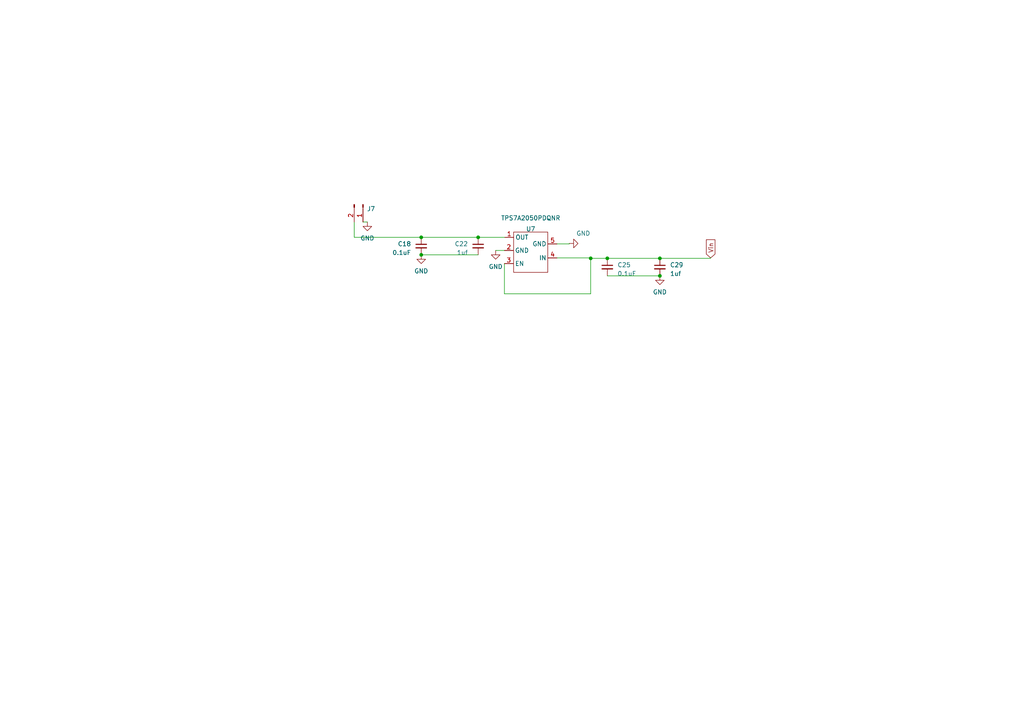
<source format=kicad_sch>
(kicad_sch (version 20230121) (generator eeschema)
  (paper "A4")
  (lib_symbols
    (symbol "Connector:Conn_01x02_Pin" (pin_names (offset 1.016) hide)
      (property "Reference" "J" (at 0 2.54 0))
      (property "Value" "Conn_01x02_Pin" (at 0 -5.08 0))
      (symbol "Conn_01x02_Pin_1_1"
        (polyline (pts (xy 1.27 -2.54) (xy 0.8636 -2.54)) (stroke (width 0.1524)))
        (polyline (pts (xy 1.27 0) (xy 0.8636 0)) (stroke (width 0.1524)))
        (rectangle (start 0.8636 -2.413) (end 0 -2.667) (stroke (width 0.1524)) (fill (type outline)))
        (rectangle (start 0.8636 0.127) (end 0 -0.127) (stroke (width 0.1524)) (fill (type outline)))
        (pin passive line (at 5.08 0 180) (length 3.81) (name "Pin_1") (number "1"))
        (pin passive line (at 5.08 -2.54 180) (length 3.81) (name "Pin_2") (number "2"))
      )
    )
    (symbol "Device:C_Small" (pin_numbers hide) (pin_names (offset 0.254) hide)
      (property "Reference" "C" (at 0.254 1.778 0))
      (property "Value" "C_Small" (at 0.254 -2.032 0))
      (symbol "C_Small_0_1"
        (polyline (pts (xy -1.524 -0.508) (xy 1.524 -0.508)) (stroke (width 0.3302)))
        (polyline (pts (xy -1.524 0.508) (xy 1.524 0.508)) (stroke (width 0.3048)))
      )
      (symbol "C_Small_1_1"
        (pin passive line (at 0 2.54 270) (length 2.032) (name "~") (number "1"))
        (pin passive line (at 0 -2.54 90) (length 2.032) (name "~") (number "2"))
      )
    )
    (symbol "Radar_pcb_pll:TPS7A2050PDQNR"
      (property "Reference" "U" (at 0 3.81 0))
      (property "Value" "TPS7A2050PDQNR" (at 0 0 0))
      (symbol "TPS7A2050PDQNR_0_1"
        (rectangle (start -4.699 2.159) (end 5.207 -9.525))
      )
      (symbol "TPS7A2050PDQNR_1_1"
        (pin output line (at -7.239 0.635 0) (length 2.54) (name "OUT") (number "1"))
        (pin input line (at -7.366 -3.175 0) (length 2.54) (name "GND") (number "2"))
        (pin input line (at -7.366 -6.985 0) (length 2.54) (name "EN") (number "3"))
        (pin input line (at 7.874 -5.334 180) (length 2.54) (name "IN") (number "4"))
        (pin input line (at 7.874 -1.27 180) (length 2.54) (name "GND") (number "5"))
      )
    )
    (symbol "power:GND" (power) (pin_names (offset 0))
      (property "Value" "GND" (at 0 -3.81 0))
      (symbol "GND_0_1"
        (polyline (pts (xy 0 0) (xy 0 -1.27) (xy 1.27 -1.27) (xy 0 -2.54) (xy -1.27 -1.27) (xy 0 -1.27)))
      )
      (symbol "GND_1_1"
        (pin power_in line (at 0 0 270) (length 0) hide (name "GND") (number "1"))
      )
    )
  )
  (junction (at 138.684 68.834))
  (junction (at 171.323 74.93))
  (junction (at 191.389 74.93))
  (junction (at 176.149 74.93))
  (junction (at 122.174 73.914))
  (junction (at 191.389 80.01))
  (junction (at 122.174 68.834))
  (wire (pts (xy 106.553 64.389) (xy 105.283 64.389)))
  (wire (pts (xy 205.994 74.93) (xy 191.389 74.93)))
  (wire (pts (xy 165.1 70.739) (xy 165.1 70.612)))
  (wire (pts (xy 138.684 73.914) (xy 122.174 73.914)))
  (wire (pts (xy 161.544 74.803) (xy 171.069 74.803)))
  (wire (pts (xy 161.544 70.739) (xy 165.1 70.739)))
  (wire (pts (xy 206.121 74.803) (xy 205.994 74.803)))
  (wire (pts (xy 102.743 68.834) (xy 122.174 68.834)))
  (wire (pts (xy 176.149 80.01) (xy 191.389 80.01)))
  (wire (pts (xy 146.304 85.217) (xy 171.323 85.217)))
  (wire (pts (xy 205.994 74.803) (xy 205.994 74.93)))
  (wire (pts (xy 122.174 68.834) (xy 138.684 68.834)))
  (wire (pts (xy 143.764 72.644) (xy 146.304 72.644)))
  (wire (pts (xy 171.069 74.803) (xy 171.069 74.93)))
  (wire (pts (xy 102.743 64.389) (xy 102.743 68.834)))
  (wire (pts (xy 171.323 74.93) (xy 176.149 74.93)))
  (wire (pts (xy 171.069 74.93) (xy 171.323 74.93)))
  (wire (pts (xy 171.323 74.93) (xy 171.323 85.217)))
  (wire (pts (xy 146.304 76.454) (xy 146.304 85.217)))
  (wire (pts (xy 176.149 74.93) (xy 191.389 74.93)))
  (wire (pts (xy 138.684 68.834) (xy 146.431 68.834)))
  (global_label "Vin" (shape input) (at 206.121 74.803 90) (property "Intersheetrefs" "${INTERSHEET_REFS}" (effects hide)))
  (symbol (lib_id "Radar_pcb_pll:TPS7A2050PDQNR") (at 153.67 69.469 0) (unit 1)
    (property "Reference" "U7" (at 153.924 66.421 0))
    (property "Value" "TPS7A2050PDQNR" (at 153.924 63.246 0))
    (property "Footprint" "Package_SON:Texas_X2SON-4_1x1mm_P0.65mm" (effects hide))
    (instances (project "PowerManage.2" (path "" (reference "U7") (unit 1)) (path "" (reference "U5") (unit 1))))
  )
  (symbol (lib_id "Connector:Conn_01x02_Pin") (at 105.283 59.309 270) (unit 1)
    (property "Reference" "J7" (at 106.426 60.579 90) (effects (justify left)))
    (property "Value" "Conn_01x02_Pin" (effects hide))
    (property "Footprint" "Connector_JST:JST_XH_B2B-XH-A_1x02_P2.50mm_Vertical" (effects hide))
    (instances (project "PowerManage.2" (path "" (reference "J7") (unit 1)) (path "" (reference "J8") (unit 1)) (path "" (reference "J10") (unit 1))))
  )
  (symbol (lib_id "Device:C_Small") (at 191.389 77.47 0) (unit 1)
    (property "Reference" "C29" (at 194.31 76.8413 0) (effects (justify left)))
    (property "Value" "1uf" (at 194.31 79.3813 0) (effects (justify left)))
    (property "Footprint" "Capacitor_SMD:0603 usual" (effects hide))
    (instances (project "PowerManage.2" (path "" (reference "C29") (unit 1)) (path "" (reference "C32") (unit 1))))
  )
  (symbol (lib_id "power:GND") (at 106.553 64.389 0) (mirror y) (unit 1)
    (property "Reference" "#PWR024" (effects hide))
    (property "Value" "GND" (at 106.553 69.088 0))
    (instances (project "PowerManage.2" (path "" (reference "#PWR024") (unit 1)) (path "" (reference "#PWR041") (unit 1))))
  )
  (symbol (lib_id "power:GND") (at 165.1 70.612 90) (mirror x) (unit 1)
    (property "Reference" "#PWR032" (effects hide))
    (property "Value" "GND" (at 167.132 67.691 90) (effects (justify right)))
    (instances (project "PowerManage.2" (path "" (reference "#PWR032") (unit 1)) (path "" (reference "#PWR040") (unit 1))))
  )
  (symbol (lib_id "power:GND") (at 143.764 72.644 0) (mirror y) (unit 1)
    (property "Reference" "#PWR028" (effects hide))
    (property "Value" "GND" (at 143.764 77.343 0))
    (instances (project "PowerManage.2" (path "" (reference "#PWR028") (unit 1)) (path "" (reference "#PWR039") (unit 1))))
  )
  (symbol (lib_id "Device:C_Small") (at 138.684 71.374 0) (mirror y) (unit 1)
    (property "Reference" "C22" (at 135.763 70.7453 0) (effects (justify left)))
    (property "Value" "1uf" (at 135.763 73.2853 0) (effects (justify left)))
    (property "Footprint" "Capacitor_SMD:0603 usual" (effects hide))
    (instances (project "PowerManage.2" (path "" (reference "C22") (unit 1)) (path "" (reference "C21") (unit 1))))
  )
  (symbol (lib_id "power:GND") (at 191.389 80.01 0) (unit 1)
    (property "Reference" "#PWR035" (effects hide))
    (property "Value" "GND" (at 191.389 84.709 0))
    (instances (project "PowerManage.2" (path "" (reference "#PWR035") (unit 1)) (path "" (reference "#PWR042") (unit 1))))
  )
  (symbol (lib_id "Device:C_Small") (at 122.174 71.374 0) (mirror y) (unit 1)
    (property "Reference" "C18" (at 119.253 70.7453 0) (effects (justify left)))
    (property "Value" "0.1uF" (at 119.253 73.2853 0) (effects (justify left)))
    (property "Footprint" "Capacitor_SMD:0603 usual" (effects hide))
    (instances (project "PowerManage.2" (path "" (reference "C18") (unit 1)) (path "" (reference "C17") (unit 1))))
  )
  (symbol (lib_id "power:GND") (at 122.174 73.914 0) (mirror y) (unit 1)
    (property "Reference" "#PWR024" (effects hide))
    (property "Value" "GND" (at 122.174 78.613 0))
    (instances (project "PowerManage.2" (path "" (reference "#PWR024") (unit 1)) (path "" (reference "#PWR09") (unit 1))))
  )
  (symbol (lib_id "Device:C_Small") (at 176.149 77.47 0) (unit 1)
    (property "Reference" "C25" (at 179.07 76.8413 0) (effects (justify left)))
    (property "Value" "0.1uF" (at 179.07 79.3813 0) (effects (justify left)))
    (property "Footprint" "Capacitor_SMD:0603 usual" (effects hide))
    (instances (project "PowerManage.2" (path "" (reference "C25") (unit 1)) (path "" (reference "C28") (unit 1))))
  )
)
</source>
